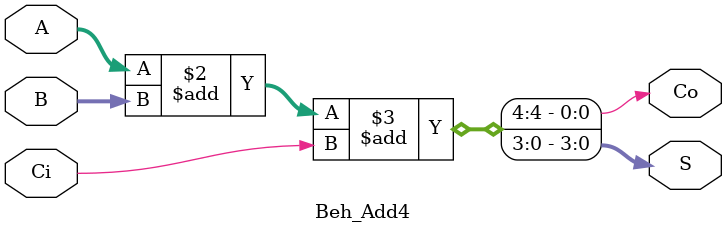
<source format=v>
`timescale 1ns / 1ns

module Beh_Add4(A, B, Ci, S, Co);

    parameter WIDTH = 4;
    input [(WIDTH - 1):0] A, B; // 길이 변경에 유연한 대처
    input Ci;
    output [3:0] S;
    reg [3:0] S;
    output Co;
    reg Co;

    reg [4:0] A5, B5, S5;

    always @(A, B, Ci) begin
        {Co, S} <= A + B + Ci;
    end

endmodule
</source>
